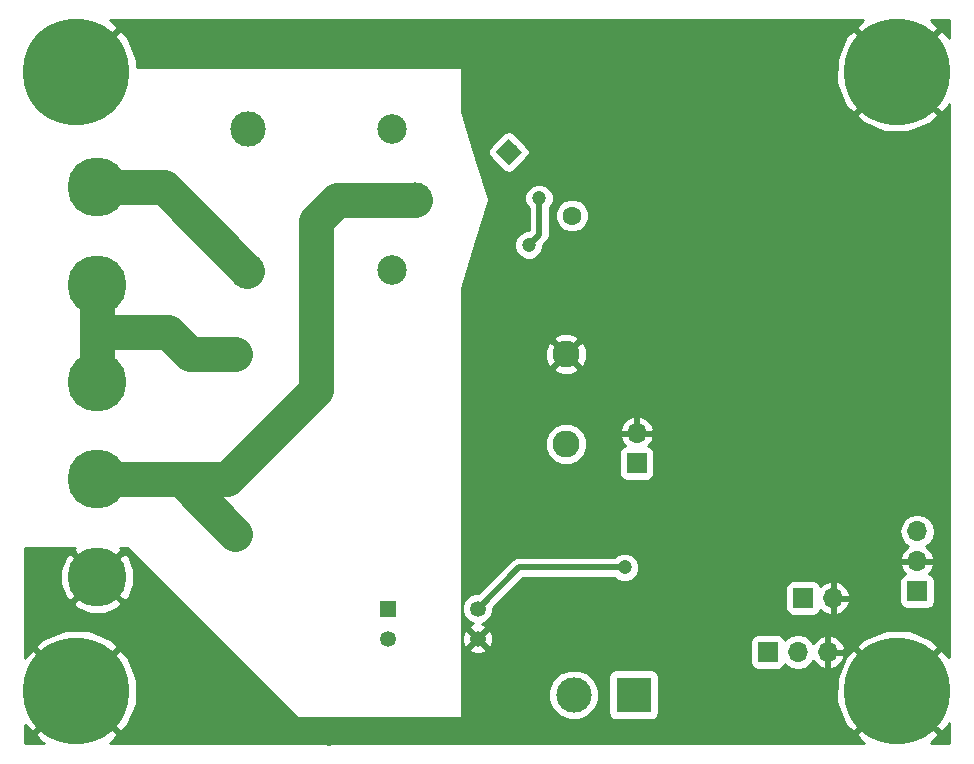
<source format=gbr>
G04 #@! TF.GenerationSoftware,KiCad,Pcbnew,no-vcs-found-c78a2ba~59~ubuntu16.10.1*
G04 #@! TF.CreationDate,2017-11-10T05:59:47+01:00*
G04 #@! TF.ProjectId,open_reflow,6F70656E5F7265666C6F772E6B696361,rev?*
G04 #@! TF.SameCoordinates,Original
G04 #@! TF.FileFunction,Copper,L2,Bot,Signal*
G04 #@! TF.FilePolarity,Positive*
%FSLAX46Y46*%
G04 Gerber Fmt 4.6, Leading zero omitted, Abs format (unit mm)*
G04 Created by KiCad (PCBNEW no-vcs-found-c78a2ba~59~ubuntu16.10.1) date Fri Nov 10 05:59:47 2017*
%MOMM*%
%LPD*%
G01*
G04 APERTURE LIST*
%ADD10C,2.290000*%
%ADD11C,5.000000*%
%ADD12C,1.600000*%
%ADD13C,0.100000*%
%ADD14C,3.000000*%
%ADD15R,3.000000X3.000000*%
%ADD16R,1.700000X1.700000*%
%ADD17O,1.700000X1.700000*%
%ADD18R,1.350000X1.350000*%
%ADD19C,1.350000*%
%ADD20C,2.500000*%
%ADD21C,9.000000*%
%ADD22C,1.200000*%
%ADD23C,0.500000*%
%ADD24C,3.000000*%
%ADD25C,0.254000*%
G04 APERTURE END LIST*
D10*
X192782500Y-51605500D03*
X192782500Y-44005500D03*
X164782500Y-59205500D03*
X164782500Y-44005500D03*
D11*
X153098500Y-62855000D03*
X153098500Y-54605000D03*
X153098500Y-29855000D03*
X153098500Y-46355000D03*
X153098500Y-38105000D03*
D12*
X193294000Y-32258000D03*
X187919988Y-26883988D03*
D13*
G36*
X186788617Y-26883988D02*
X187919988Y-25752617D01*
X189051359Y-26883988D01*
X187919988Y-28015359D01*
X186788617Y-26883988D01*
X186788617Y-26883988D01*
G37*
D14*
X193421000Y-72834500D03*
D15*
X198501000Y-72834500D03*
D16*
X198755000Y-53213000D03*
D17*
X198755000Y-50673000D03*
D16*
X209867500Y-69215000D03*
D17*
X212407500Y-69215000D03*
X214947500Y-69215000D03*
X222504000Y-58991500D03*
X222504000Y-61531500D03*
D16*
X222504000Y-64071500D03*
D17*
X215392000Y-64643000D03*
D16*
X212852000Y-64643000D03*
D18*
X177673000Y-65532000D03*
D19*
X177673000Y-68072000D03*
X185293000Y-65532000D03*
X185293000Y-68072000D03*
D14*
X180012000Y-30942000D03*
D20*
X178062000Y-36892000D03*
D14*
X165812000Y-36942000D03*
X165862000Y-24892000D03*
D20*
X178062000Y-24892000D03*
D21*
X220827600Y-20066000D03*
X220827600Y-72491600D03*
X151333200Y-72491600D03*
X151333200Y-20066000D03*
D22*
X158851600Y-69748400D03*
X165049200Y-72999600D03*
X172719998Y-76555600D03*
X207264000Y-46990000D03*
X205079600Y-46888400D03*
X223164400Y-30073600D03*
X213512400Y-27228800D03*
X187350400Y-17170400D03*
X176530000Y-17170400D03*
X187502800Y-75844400D03*
X200710800Y-17170400D03*
X200964800Y-24028400D03*
X201777600Y-66446400D03*
X201207964Y-34507692D03*
X203809600Y-35661600D03*
X200836252Y-28941752D03*
X207264000Y-59436000D03*
X208724500Y-55626000D03*
X205232000Y-53975000D03*
X215201500Y-34671000D03*
X189636400Y-34747200D03*
X190500000Y-30784800D03*
X197739000Y-62039500D03*
D23*
X159451599Y-70348399D02*
X158851600Y-69748400D01*
X162102800Y-72999600D02*
X159451599Y-70348399D01*
X165049200Y-72999600D02*
X162102800Y-72999600D01*
X173568526Y-76555600D02*
X172719998Y-76555600D01*
X186791600Y-76555600D02*
X173568526Y-76555600D01*
X187502800Y-75844400D02*
X186791600Y-76555600D01*
X213512400Y-27228800D02*
X216357200Y-30073600D01*
X216357200Y-30073600D02*
X223164400Y-30073600D01*
X200710800Y-17170400D02*
X187350400Y-17170400D01*
X200836252Y-28941752D02*
X200836252Y-24156948D01*
X200836252Y-24156948D02*
X200964800Y-24028400D01*
X190500000Y-30784800D02*
X190500000Y-33883600D01*
X190500000Y-33883600D02*
X189636400Y-34747200D01*
D24*
X171640500Y-32702500D02*
X173401000Y-30942000D01*
X173401000Y-30942000D02*
X180012000Y-30942000D01*
X171640500Y-47053500D02*
X171640500Y-32702500D01*
X164089000Y-54605000D02*
X171640500Y-47053500D01*
X160182000Y-54605000D02*
X164089000Y-54605000D01*
X164782500Y-59205500D02*
X160182000Y-54605000D01*
X160182000Y-54605000D02*
X153098500Y-54605000D01*
X165812000Y-36942000D02*
X158725000Y-29855000D01*
X158725000Y-29855000D02*
X153098500Y-29855000D01*
X153098500Y-38105000D02*
X153098500Y-42100500D01*
X153098500Y-42100500D02*
X153098500Y-46355000D01*
X160972500Y-44005500D02*
X159067500Y-42100500D01*
X159067500Y-42100500D02*
X153098500Y-42100500D01*
X164782500Y-44005500D02*
X160972500Y-44005500D01*
D23*
X197739000Y-62039500D02*
X188785500Y-62039500D01*
X188785500Y-62039500D02*
X185293000Y-65532000D01*
D25*
G36*
X217853842Y-15756908D02*
X217328650Y-16387445D01*
X220827600Y-19886395D01*
X224326550Y-16387445D01*
X223801358Y-15756908D01*
X223660338Y-15696000D01*
X225223000Y-15696000D01*
X225223000Y-17221411D01*
X225136692Y-17092242D01*
X224506155Y-16567050D01*
X221007205Y-20066000D01*
X224506155Y-23564950D01*
X225136692Y-23039758D01*
X225223000Y-22839930D01*
X225223000Y-69647011D01*
X225136692Y-69517842D01*
X224506155Y-68992650D01*
X221007205Y-72491600D01*
X224506155Y-75990550D01*
X225136692Y-75465358D01*
X225223000Y-75265530D01*
X225223000Y-76887000D01*
X223672189Y-76887000D01*
X223801358Y-76800692D01*
X224326550Y-76170155D01*
X220827600Y-72671205D01*
X217328650Y-76170155D01*
X217853842Y-76800692D01*
X218053670Y-76887000D01*
X154177789Y-76887000D01*
X154306958Y-76800692D01*
X154832150Y-76170155D01*
X151333200Y-72671205D01*
X147834250Y-76170155D01*
X148359442Y-76800692D01*
X148559270Y-76887000D01*
X146950500Y-76887000D01*
X146950500Y-75355196D01*
X147024108Y-75465358D01*
X147654645Y-75990550D01*
X151153595Y-72491600D01*
X151512805Y-72491600D01*
X155011755Y-75990550D01*
X155642292Y-75465358D01*
X156452290Y-73589977D01*
X156482953Y-71547377D01*
X155729613Y-69648527D01*
X155642292Y-69517842D01*
X155011755Y-68992650D01*
X151512805Y-72491600D01*
X151153595Y-72491600D01*
X147654645Y-68992650D01*
X147024108Y-69517842D01*
X146950500Y-69688266D01*
X146950500Y-68813045D01*
X147834250Y-68813045D01*
X151333200Y-72311995D01*
X154832150Y-68813045D01*
X154306958Y-68182508D01*
X152431577Y-67372510D01*
X150388977Y-67341847D01*
X148490127Y-68095187D01*
X148359442Y-68182508D01*
X147834250Y-68813045D01*
X146950500Y-68813045D01*
X146950500Y-65090880D01*
X151042225Y-65090880D01*
X151323921Y-65513564D01*
X152476392Y-65990294D01*
X153723572Y-65989705D01*
X154873079Y-65513564D01*
X155154775Y-65090880D01*
X153098500Y-63034605D01*
X151042225Y-65090880D01*
X146950500Y-65090880D01*
X146950500Y-62232892D01*
X149963206Y-62232892D01*
X149963795Y-63480072D01*
X150439936Y-64629579D01*
X150862620Y-64911275D01*
X152918895Y-62855000D01*
X153278105Y-62855000D01*
X155334380Y-64911275D01*
X155757064Y-64629579D01*
X156233794Y-63477108D01*
X156233205Y-62229928D01*
X155757064Y-61080421D01*
X155334380Y-60798725D01*
X153278105Y-62855000D01*
X152918895Y-62855000D01*
X150862620Y-60798725D01*
X150439936Y-61080421D01*
X149963206Y-62232892D01*
X146950500Y-62232892D01*
X146950500Y-60388500D01*
X151195921Y-60388500D01*
X151042225Y-60619120D01*
X153098500Y-62675395D01*
X155154775Y-60619120D01*
X155001079Y-60388500D01*
X155649394Y-60388500D01*
X170026697Y-74765803D01*
X170067899Y-74793333D01*
X170116500Y-74803000D01*
X183832500Y-74803000D01*
X183881101Y-74793333D01*
X183922303Y-74765803D01*
X183949833Y-74724601D01*
X183959500Y-74676000D01*
X183959500Y-73257315D01*
X191285630Y-73257315D01*
X191609980Y-74042300D01*
X192210041Y-74643409D01*
X192994459Y-74969128D01*
X193843815Y-74969870D01*
X194628800Y-74645520D01*
X195229909Y-74045459D01*
X195555628Y-73261041D01*
X195556370Y-72411685D01*
X195232020Y-71626700D01*
X194940330Y-71334500D01*
X196353560Y-71334500D01*
X196353560Y-74334500D01*
X196402843Y-74582265D01*
X196543191Y-74792309D01*
X196753235Y-74932657D01*
X197001000Y-74981940D01*
X200001000Y-74981940D01*
X200248765Y-74932657D01*
X200458809Y-74792309D01*
X200599157Y-74582265D01*
X200648440Y-74334500D01*
X200648440Y-73435823D01*
X215677847Y-73435823D01*
X216431187Y-75334673D01*
X216518508Y-75465358D01*
X217149045Y-75990550D01*
X220647995Y-72491600D01*
X217149045Y-68992650D01*
X216518508Y-69517842D01*
X215708510Y-71393223D01*
X215677847Y-73435823D01*
X200648440Y-73435823D01*
X200648440Y-71334500D01*
X200599157Y-71086735D01*
X200458809Y-70876691D01*
X200248765Y-70736343D01*
X200001000Y-70687060D01*
X197001000Y-70687060D01*
X196753235Y-70736343D01*
X196543191Y-70876691D01*
X196402843Y-71086735D01*
X196353560Y-71334500D01*
X194940330Y-71334500D01*
X194631959Y-71025591D01*
X193847541Y-70699872D01*
X192998185Y-70699130D01*
X192213200Y-71023480D01*
X191612091Y-71623541D01*
X191286372Y-72407959D01*
X191285630Y-73257315D01*
X183959500Y-73257315D01*
X183959500Y-68989147D01*
X184555458Y-68989147D01*
X184614219Y-69222328D01*
X185106100Y-69394522D01*
X185626434Y-69365375D01*
X185971781Y-69222328D01*
X186030542Y-68989147D01*
X185293000Y-68251605D01*
X184555458Y-68989147D01*
X183959500Y-68989147D01*
X183959500Y-67885100D01*
X183970478Y-67885100D01*
X183999625Y-68405434D01*
X184142672Y-68750781D01*
X184375853Y-68809542D01*
X185113395Y-68072000D01*
X185472605Y-68072000D01*
X186210147Y-68809542D01*
X186443328Y-68750781D01*
X186578379Y-68365000D01*
X208370060Y-68365000D01*
X208370060Y-70065000D01*
X208419343Y-70312765D01*
X208559691Y-70522809D01*
X208769735Y-70663157D01*
X209017500Y-70712440D01*
X210717500Y-70712440D01*
X210965265Y-70663157D01*
X211175309Y-70522809D01*
X211315657Y-70312765D01*
X211328097Y-70250223D01*
X211357446Y-70294147D01*
X211839215Y-70616054D01*
X212407500Y-70729093D01*
X212975785Y-70616054D01*
X213457554Y-70294147D01*
X213685202Y-69953447D01*
X213752317Y-70096358D01*
X214180576Y-70486645D01*
X214590610Y-70656476D01*
X214820500Y-70535155D01*
X214820500Y-69342000D01*
X215074500Y-69342000D01*
X215074500Y-70535155D01*
X215304390Y-70656476D01*
X215714424Y-70486645D01*
X216142683Y-70096358D01*
X216388986Y-69571892D01*
X216268319Y-69342000D01*
X215074500Y-69342000D01*
X214820500Y-69342000D01*
X214800500Y-69342000D01*
X214800500Y-69088000D01*
X214820500Y-69088000D01*
X214820500Y-67894845D01*
X215074500Y-67894845D01*
X215074500Y-69088000D01*
X216268319Y-69088000D01*
X216388986Y-68858108D01*
X216367824Y-68813045D01*
X217328650Y-68813045D01*
X220827600Y-72311995D01*
X224326550Y-68813045D01*
X223801358Y-68182508D01*
X221925977Y-67372510D01*
X219883377Y-67341847D01*
X217984527Y-68095187D01*
X217853842Y-68182508D01*
X217328650Y-68813045D01*
X216367824Y-68813045D01*
X216142683Y-68333642D01*
X215714424Y-67943355D01*
X215304390Y-67773524D01*
X215074500Y-67894845D01*
X214820500Y-67894845D01*
X214590610Y-67773524D01*
X214180576Y-67943355D01*
X213752317Y-68333642D01*
X213685202Y-68476553D01*
X213457554Y-68135853D01*
X212975785Y-67813946D01*
X212407500Y-67700907D01*
X211839215Y-67813946D01*
X211357446Y-68135853D01*
X211328097Y-68179777D01*
X211315657Y-68117235D01*
X211175309Y-67907191D01*
X210965265Y-67766843D01*
X210717500Y-67717560D01*
X209017500Y-67717560D01*
X208769735Y-67766843D01*
X208559691Y-67907191D01*
X208419343Y-68117235D01*
X208370060Y-68365000D01*
X186578379Y-68365000D01*
X186615522Y-68258900D01*
X186586375Y-67738566D01*
X186443328Y-67393219D01*
X186210147Y-67334458D01*
X185472605Y-68072000D01*
X185113395Y-68072000D01*
X184375853Y-67334458D01*
X184142672Y-67393219D01*
X183970478Y-67885100D01*
X183959500Y-67885100D01*
X183959500Y-65791432D01*
X183982774Y-65791432D01*
X184181789Y-66273086D01*
X184549976Y-66641916D01*
X184919337Y-66795288D01*
X184614219Y-66921672D01*
X184555458Y-67154853D01*
X185293000Y-67892395D01*
X186030542Y-67154853D01*
X185971781Y-66921672D01*
X185640680Y-66805763D01*
X186034086Y-66643211D01*
X186402916Y-66275024D01*
X186602772Y-65793718D01*
X186603051Y-65473529D01*
X188283579Y-63793000D01*
X211354560Y-63793000D01*
X211354560Y-65493000D01*
X211403843Y-65740765D01*
X211544191Y-65950809D01*
X211754235Y-66091157D01*
X212002000Y-66140440D01*
X213702000Y-66140440D01*
X213949765Y-66091157D01*
X214159809Y-65950809D01*
X214300157Y-65740765D01*
X214320739Y-65637292D01*
X214625076Y-65914645D01*
X215035110Y-66084476D01*
X215265000Y-65963155D01*
X215265000Y-64770000D01*
X215519000Y-64770000D01*
X215519000Y-65963155D01*
X215748890Y-66084476D01*
X216158924Y-65914645D01*
X216587183Y-65524358D01*
X216833486Y-64999892D01*
X216712819Y-64770000D01*
X215519000Y-64770000D01*
X215265000Y-64770000D01*
X215245000Y-64770000D01*
X215245000Y-64516000D01*
X215265000Y-64516000D01*
X215265000Y-63322845D01*
X215519000Y-63322845D01*
X215519000Y-64516000D01*
X216712819Y-64516000D01*
X216833486Y-64286108D01*
X216587183Y-63761642D01*
X216158924Y-63371355D01*
X215797120Y-63221500D01*
X221006560Y-63221500D01*
X221006560Y-64921500D01*
X221055843Y-65169265D01*
X221196191Y-65379309D01*
X221406235Y-65519657D01*
X221654000Y-65568940D01*
X223354000Y-65568940D01*
X223601765Y-65519657D01*
X223811809Y-65379309D01*
X223952157Y-65169265D01*
X224001440Y-64921500D01*
X224001440Y-63221500D01*
X223952157Y-62973735D01*
X223811809Y-62763691D01*
X223601765Y-62623343D01*
X223498292Y-62602761D01*
X223775645Y-62298424D01*
X223945476Y-61888390D01*
X223824155Y-61658500D01*
X222631000Y-61658500D01*
X222631000Y-61678500D01*
X222377000Y-61678500D01*
X222377000Y-61658500D01*
X221183845Y-61658500D01*
X221062524Y-61888390D01*
X221232355Y-62298424D01*
X221509708Y-62602761D01*
X221406235Y-62623343D01*
X221196191Y-62763691D01*
X221055843Y-62973735D01*
X221006560Y-63221500D01*
X215797120Y-63221500D01*
X215748890Y-63201524D01*
X215519000Y-63322845D01*
X215265000Y-63322845D01*
X215035110Y-63201524D01*
X214625076Y-63371355D01*
X214320739Y-63648708D01*
X214300157Y-63545235D01*
X214159809Y-63335191D01*
X213949765Y-63194843D01*
X213702000Y-63145560D01*
X212002000Y-63145560D01*
X211754235Y-63194843D01*
X211544191Y-63335191D01*
X211403843Y-63545235D01*
X211354560Y-63793000D01*
X188283579Y-63793000D01*
X189152079Y-62924500D01*
X196877426Y-62924500D01*
X197038515Y-63085871D01*
X197492266Y-63274285D01*
X197983579Y-63274714D01*
X198437657Y-63087092D01*
X198785371Y-62739985D01*
X198973785Y-62286234D01*
X198974214Y-61794921D01*
X198786592Y-61340843D01*
X198439485Y-60993129D01*
X197985734Y-60804715D01*
X197494421Y-60804286D01*
X197040343Y-60991908D01*
X196877467Y-61154500D01*
X188785505Y-61154500D01*
X188785500Y-61154499D01*
X188503016Y-61210690D01*
X188446825Y-61221867D01*
X188159710Y-61413710D01*
X188159708Y-61413713D01*
X185351369Y-64222051D01*
X185033568Y-64221774D01*
X184551914Y-64420789D01*
X184183084Y-64788976D01*
X183983228Y-65270282D01*
X183982774Y-65791432D01*
X183959500Y-65791432D01*
X183959500Y-58991500D01*
X220989907Y-58991500D01*
X221102946Y-59559785D01*
X221424853Y-60041554D01*
X221765553Y-60269202D01*
X221622642Y-60336317D01*
X221232355Y-60764576D01*
X221062524Y-61174610D01*
X221183845Y-61404500D01*
X222377000Y-61404500D01*
X222377000Y-61384500D01*
X222631000Y-61384500D01*
X222631000Y-61404500D01*
X223824155Y-61404500D01*
X223945476Y-61174610D01*
X223775645Y-60764576D01*
X223385358Y-60336317D01*
X223242447Y-60269202D01*
X223583147Y-60041554D01*
X223905054Y-59559785D01*
X224018093Y-58991500D01*
X223905054Y-58423215D01*
X223583147Y-57941446D01*
X223101378Y-57619539D01*
X222533093Y-57506500D01*
X222474907Y-57506500D01*
X221906622Y-57619539D01*
X221424853Y-57941446D01*
X221102946Y-58423215D01*
X220989907Y-58991500D01*
X183959500Y-58991500D01*
X183959500Y-51958010D01*
X191002192Y-51958010D01*
X191272610Y-52612472D01*
X191772895Y-53113630D01*
X192426883Y-53385190D01*
X193135010Y-53385808D01*
X193789472Y-53115390D01*
X194290630Y-52615105D01*
X194395313Y-52363000D01*
X197257560Y-52363000D01*
X197257560Y-54063000D01*
X197306843Y-54310765D01*
X197447191Y-54520809D01*
X197657235Y-54661157D01*
X197905000Y-54710440D01*
X199605000Y-54710440D01*
X199852765Y-54661157D01*
X200062809Y-54520809D01*
X200203157Y-54310765D01*
X200252440Y-54063000D01*
X200252440Y-52363000D01*
X200203157Y-52115235D01*
X200062809Y-51905191D01*
X199852765Y-51764843D01*
X199749292Y-51744261D01*
X200026645Y-51439924D01*
X200196476Y-51029890D01*
X200075155Y-50800000D01*
X198882000Y-50800000D01*
X198882000Y-50820000D01*
X198628000Y-50820000D01*
X198628000Y-50800000D01*
X197434845Y-50800000D01*
X197313524Y-51029890D01*
X197483355Y-51439924D01*
X197760708Y-51744261D01*
X197657235Y-51764843D01*
X197447191Y-51905191D01*
X197306843Y-52115235D01*
X197257560Y-52363000D01*
X194395313Y-52363000D01*
X194562190Y-51961117D01*
X194562808Y-51252990D01*
X194292390Y-50598528D01*
X194010464Y-50316110D01*
X197313524Y-50316110D01*
X197434845Y-50546000D01*
X198628000Y-50546000D01*
X198628000Y-49352181D01*
X198882000Y-49352181D01*
X198882000Y-50546000D01*
X200075155Y-50546000D01*
X200196476Y-50316110D01*
X200026645Y-49906076D01*
X199636358Y-49477817D01*
X199111892Y-49231514D01*
X198882000Y-49352181D01*
X198628000Y-49352181D01*
X198398108Y-49231514D01*
X197873642Y-49477817D01*
X197483355Y-49906076D01*
X197313524Y-50316110D01*
X194010464Y-50316110D01*
X193792105Y-50097370D01*
X193138117Y-49825810D01*
X192429990Y-49825192D01*
X191775528Y-50095610D01*
X191274370Y-50595895D01*
X191002810Y-51249883D01*
X191002192Y-51958010D01*
X183959500Y-51958010D01*
X183959500Y-45262909D01*
X191704696Y-45262909D01*
X191821105Y-45544812D01*
X192483356Y-45795549D01*
X193191149Y-45773767D01*
X193743895Y-45544812D01*
X193860304Y-45262909D01*
X192782500Y-44185105D01*
X191704696Y-45262909D01*
X183959500Y-45262909D01*
X183959500Y-43706356D01*
X190992451Y-43706356D01*
X191014233Y-44414149D01*
X191243188Y-44966895D01*
X191525091Y-45083304D01*
X192602895Y-44005500D01*
X192962105Y-44005500D01*
X194039909Y-45083304D01*
X194321812Y-44966895D01*
X194572549Y-44304644D01*
X194550767Y-43596851D01*
X194321812Y-43044105D01*
X194039909Y-42927696D01*
X192962105Y-44005500D01*
X192602895Y-44005500D01*
X191525091Y-42927696D01*
X191243188Y-43044105D01*
X190992451Y-43706356D01*
X183959500Y-43706356D01*
X183959500Y-42748091D01*
X191704696Y-42748091D01*
X192782500Y-43825895D01*
X193860304Y-42748091D01*
X193743895Y-42466188D01*
X193081644Y-42215451D01*
X192373851Y-42237233D01*
X191821105Y-42466188D01*
X191704696Y-42748091D01*
X183959500Y-42748091D01*
X183959500Y-38369316D01*
X185006859Y-34991779D01*
X188401186Y-34991779D01*
X188588808Y-35445857D01*
X188935915Y-35793571D01*
X189389666Y-35981985D01*
X189880979Y-35982414D01*
X190335057Y-35794792D01*
X190682771Y-35447685D01*
X190871185Y-34993934D01*
X190871386Y-34763793D01*
X191125787Y-34509392D01*
X191125790Y-34509390D01*
X191317633Y-34222275D01*
X191328810Y-34166084D01*
X191385001Y-33883600D01*
X191385000Y-33883595D01*
X191385000Y-32542187D01*
X191858752Y-32542187D01*
X192076757Y-33069800D01*
X192480077Y-33473824D01*
X193007309Y-33692750D01*
X193578187Y-33693248D01*
X194105800Y-33475243D01*
X194509824Y-33071923D01*
X194728750Y-32544691D01*
X194729248Y-31973813D01*
X194511243Y-31446200D01*
X194107923Y-31042176D01*
X193580691Y-30823250D01*
X193009813Y-30822752D01*
X192482200Y-31040757D01*
X192078176Y-31444077D01*
X191859250Y-31971309D01*
X191858752Y-32542187D01*
X191385000Y-32542187D01*
X191385000Y-31646374D01*
X191546371Y-31485285D01*
X191734785Y-31031534D01*
X191735214Y-30540221D01*
X191547592Y-30086143D01*
X191200485Y-29738429D01*
X190746734Y-29550015D01*
X190255421Y-29549586D01*
X189801343Y-29737208D01*
X189453629Y-30084315D01*
X189265215Y-30538066D01*
X189264786Y-31029379D01*
X189452408Y-31483457D01*
X189615000Y-31646333D01*
X189615000Y-33512181D01*
X189391821Y-33511986D01*
X188937743Y-33699608D01*
X188590029Y-34046715D01*
X188401615Y-34500466D01*
X188401186Y-34991779D01*
X185006859Y-34991779D01*
X186252502Y-30974815D01*
X186257607Y-30949460D01*
X186252676Y-30900152D01*
X185027837Y-26883988D01*
X186141177Y-26883988D01*
X186190460Y-27131753D01*
X186330808Y-27341797D01*
X187462179Y-28473168D01*
X187672223Y-28613516D01*
X187919988Y-28662799D01*
X188167753Y-28613516D01*
X188377797Y-28473168D01*
X189509168Y-27341797D01*
X189649516Y-27131753D01*
X189698799Y-26883988D01*
X189649516Y-26636223D01*
X189509168Y-26426179D01*
X188377797Y-25294808D01*
X188167753Y-25154460D01*
X187919988Y-25105177D01*
X187672223Y-25154460D01*
X187462179Y-25294808D01*
X186330808Y-26426179D01*
X186190460Y-26636223D01*
X186141177Y-26883988D01*
X185027837Y-26883988D01*
X184070381Y-23744555D01*
X217328650Y-23744555D01*
X217853842Y-24375092D01*
X219729223Y-25185090D01*
X221771823Y-25215753D01*
X223670673Y-24462413D01*
X223801358Y-24375092D01*
X224326550Y-23744555D01*
X220827600Y-20245605D01*
X217328650Y-23744555D01*
X184070381Y-23744555D01*
X183959500Y-23380985D01*
X183959500Y-21010223D01*
X215677847Y-21010223D01*
X216431187Y-22909073D01*
X216518508Y-23039758D01*
X217149045Y-23564950D01*
X220647995Y-20066000D01*
X217149045Y-16567050D01*
X216518508Y-17092242D01*
X215708510Y-18967623D01*
X215677847Y-21010223D01*
X183959500Y-21010223D01*
X183959500Y-19812000D01*
X183949833Y-19763399D01*
X183922303Y-19722197D01*
X183881101Y-19694667D01*
X183832500Y-19685000D01*
X156474498Y-19685000D01*
X156482953Y-19121777D01*
X155729613Y-17222927D01*
X155642292Y-17092242D01*
X155011755Y-16567050D01*
X151893805Y-19685000D01*
X151534595Y-19685000D01*
X154832150Y-16387445D01*
X154306958Y-15756908D01*
X154165938Y-15696000D01*
X217944997Y-15696000D01*
X217853842Y-15756908D01*
X217853842Y-15756908D01*
G37*
X217853842Y-15756908D02*
X217328650Y-16387445D01*
X220827600Y-19886395D01*
X224326550Y-16387445D01*
X223801358Y-15756908D01*
X223660338Y-15696000D01*
X225223000Y-15696000D01*
X225223000Y-17221411D01*
X225136692Y-17092242D01*
X224506155Y-16567050D01*
X221007205Y-20066000D01*
X224506155Y-23564950D01*
X225136692Y-23039758D01*
X225223000Y-22839930D01*
X225223000Y-69647011D01*
X225136692Y-69517842D01*
X224506155Y-68992650D01*
X221007205Y-72491600D01*
X224506155Y-75990550D01*
X225136692Y-75465358D01*
X225223000Y-75265530D01*
X225223000Y-76887000D01*
X223672189Y-76887000D01*
X223801358Y-76800692D01*
X224326550Y-76170155D01*
X220827600Y-72671205D01*
X217328650Y-76170155D01*
X217853842Y-76800692D01*
X218053670Y-76887000D01*
X154177789Y-76887000D01*
X154306958Y-76800692D01*
X154832150Y-76170155D01*
X151333200Y-72671205D01*
X147834250Y-76170155D01*
X148359442Y-76800692D01*
X148559270Y-76887000D01*
X146950500Y-76887000D01*
X146950500Y-75355196D01*
X147024108Y-75465358D01*
X147654645Y-75990550D01*
X151153595Y-72491600D01*
X151512805Y-72491600D01*
X155011755Y-75990550D01*
X155642292Y-75465358D01*
X156452290Y-73589977D01*
X156482953Y-71547377D01*
X155729613Y-69648527D01*
X155642292Y-69517842D01*
X155011755Y-68992650D01*
X151512805Y-72491600D01*
X151153595Y-72491600D01*
X147654645Y-68992650D01*
X147024108Y-69517842D01*
X146950500Y-69688266D01*
X146950500Y-68813045D01*
X147834250Y-68813045D01*
X151333200Y-72311995D01*
X154832150Y-68813045D01*
X154306958Y-68182508D01*
X152431577Y-67372510D01*
X150388977Y-67341847D01*
X148490127Y-68095187D01*
X148359442Y-68182508D01*
X147834250Y-68813045D01*
X146950500Y-68813045D01*
X146950500Y-65090880D01*
X151042225Y-65090880D01*
X151323921Y-65513564D01*
X152476392Y-65990294D01*
X153723572Y-65989705D01*
X154873079Y-65513564D01*
X155154775Y-65090880D01*
X153098500Y-63034605D01*
X151042225Y-65090880D01*
X146950500Y-65090880D01*
X146950500Y-62232892D01*
X149963206Y-62232892D01*
X149963795Y-63480072D01*
X150439936Y-64629579D01*
X150862620Y-64911275D01*
X152918895Y-62855000D01*
X153278105Y-62855000D01*
X155334380Y-64911275D01*
X155757064Y-64629579D01*
X156233794Y-63477108D01*
X156233205Y-62229928D01*
X155757064Y-61080421D01*
X155334380Y-60798725D01*
X153278105Y-62855000D01*
X152918895Y-62855000D01*
X150862620Y-60798725D01*
X150439936Y-61080421D01*
X149963206Y-62232892D01*
X146950500Y-62232892D01*
X146950500Y-60388500D01*
X151195921Y-60388500D01*
X151042225Y-60619120D01*
X153098500Y-62675395D01*
X155154775Y-60619120D01*
X155001079Y-60388500D01*
X155649394Y-60388500D01*
X170026697Y-74765803D01*
X170067899Y-74793333D01*
X170116500Y-74803000D01*
X183832500Y-74803000D01*
X183881101Y-74793333D01*
X183922303Y-74765803D01*
X183949833Y-74724601D01*
X183959500Y-74676000D01*
X183959500Y-73257315D01*
X191285630Y-73257315D01*
X191609980Y-74042300D01*
X192210041Y-74643409D01*
X192994459Y-74969128D01*
X193843815Y-74969870D01*
X194628800Y-74645520D01*
X195229909Y-74045459D01*
X195555628Y-73261041D01*
X195556370Y-72411685D01*
X195232020Y-71626700D01*
X194940330Y-71334500D01*
X196353560Y-71334500D01*
X196353560Y-74334500D01*
X196402843Y-74582265D01*
X196543191Y-74792309D01*
X196753235Y-74932657D01*
X197001000Y-74981940D01*
X200001000Y-74981940D01*
X200248765Y-74932657D01*
X200458809Y-74792309D01*
X200599157Y-74582265D01*
X200648440Y-74334500D01*
X200648440Y-73435823D01*
X215677847Y-73435823D01*
X216431187Y-75334673D01*
X216518508Y-75465358D01*
X217149045Y-75990550D01*
X220647995Y-72491600D01*
X217149045Y-68992650D01*
X216518508Y-69517842D01*
X215708510Y-71393223D01*
X215677847Y-73435823D01*
X200648440Y-73435823D01*
X200648440Y-71334500D01*
X200599157Y-71086735D01*
X200458809Y-70876691D01*
X200248765Y-70736343D01*
X200001000Y-70687060D01*
X197001000Y-70687060D01*
X196753235Y-70736343D01*
X196543191Y-70876691D01*
X196402843Y-71086735D01*
X196353560Y-71334500D01*
X194940330Y-71334500D01*
X194631959Y-71025591D01*
X193847541Y-70699872D01*
X192998185Y-70699130D01*
X192213200Y-71023480D01*
X191612091Y-71623541D01*
X191286372Y-72407959D01*
X191285630Y-73257315D01*
X183959500Y-73257315D01*
X183959500Y-68989147D01*
X184555458Y-68989147D01*
X184614219Y-69222328D01*
X185106100Y-69394522D01*
X185626434Y-69365375D01*
X185971781Y-69222328D01*
X186030542Y-68989147D01*
X185293000Y-68251605D01*
X184555458Y-68989147D01*
X183959500Y-68989147D01*
X183959500Y-67885100D01*
X183970478Y-67885100D01*
X183999625Y-68405434D01*
X184142672Y-68750781D01*
X184375853Y-68809542D01*
X185113395Y-68072000D01*
X185472605Y-68072000D01*
X186210147Y-68809542D01*
X186443328Y-68750781D01*
X186578379Y-68365000D01*
X208370060Y-68365000D01*
X208370060Y-70065000D01*
X208419343Y-70312765D01*
X208559691Y-70522809D01*
X208769735Y-70663157D01*
X209017500Y-70712440D01*
X210717500Y-70712440D01*
X210965265Y-70663157D01*
X211175309Y-70522809D01*
X211315657Y-70312765D01*
X211328097Y-70250223D01*
X211357446Y-70294147D01*
X211839215Y-70616054D01*
X212407500Y-70729093D01*
X212975785Y-70616054D01*
X213457554Y-70294147D01*
X213685202Y-69953447D01*
X213752317Y-70096358D01*
X214180576Y-70486645D01*
X214590610Y-70656476D01*
X214820500Y-70535155D01*
X214820500Y-69342000D01*
X215074500Y-69342000D01*
X215074500Y-70535155D01*
X215304390Y-70656476D01*
X215714424Y-70486645D01*
X216142683Y-70096358D01*
X216388986Y-69571892D01*
X216268319Y-69342000D01*
X215074500Y-69342000D01*
X214820500Y-69342000D01*
X214800500Y-69342000D01*
X214800500Y-69088000D01*
X214820500Y-69088000D01*
X214820500Y-67894845D01*
X215074500Y-67894845D01*
X215074500Y-69088000D01*
X216268319Y-69088000D01*
X216388986Y-68858108D01*
X216367824Y-68813045D01*
X217328650Y-68813045D01*
X220827600Y-72311995D01*
X224326550Y-68813045D01*
X223801358Y-68182508D01*
X221925977Y-67372510D01*
X219883377Y-67341847D01*
X217984527Y-68095187D01*
X217853842Y-68182508D01*
X217328650Y-68813045D01*
X216367824Y-68813045D01*
X216142683Y-68333642D01*
X215714424Y-67943355D01*
X215304390Y-67773524D01*
X215074500Y-67894845D01*
X214820500Y-67894845D01*
X214590610Y-67773524D01*
X214180576Y-67943355D01*
X213752317Y-68333642D01*
X213685202Y-68476553D01*
X213457554Y-68135853D01*
X212975785Y-67813946D01*
X212407500Y-67700907D01*
X211839215Y-67813946D01*
X211357446Y-68135853D01*
X211328097Y-68179777D01*
X211315657Y-68117235D01*
X211175309Y-67907191D01*
X210965265Y-67766843D01*
X210717500Y-67717560D01*
X209017500Y-67717560D01*
X208769735Y-67766843D01*
X208559691Y-67907191D01*
X208419343Y-68117235D01*
X208370060Y-68365000D01*
X186578379Y-68365000D01*
X186615522Y-68258900D01*
X186586375Y-67738566D01*
X186443328Y-67393219D01*
X186210147Y-67334458D01*
X185472605Y-68072000D01*
X185113395Y-68072000D01*
X184375853Y-67334458D01*
X184142672Y-67393219D01*
X183970478Y-67885100D01*
X183959500Y-67885100D01*
X183959500Y-65791432D01*
X183982774Y-65791432D01*
X184181789Y-66273086D01*
X184549976Y-66641916D01*
X184919337Y-66795288D01*
X184614219Y-66921672D01*
X184555458Y-67154853D01*
X185293000Y-67892395D01*
X186030542Y-67154853D01*
X185971781Y-66921672D01*
X185640680Y-66805763D01*
X186034086Y-66643211D01*
X186402916Y-66275024D01*
X186602772Y-65793718D01*
X186603051Y-65473529D01*
X188283579Y-63793000D01*
X211354560Y-63793000D01*
X211354560Y-65493000D01*
X211403843Y-65740765D01*
X211544191Y-65950809D01*
X211754235Y-66091157D01*
X212002000Y-66140440D01*
X213702000Y-66140440D01*
X213949765Y-66091157D01*
X214159809Y-65950809D01*
X214300157Y-65740765D01*
X214320739Y-65637292D01*
X214625076Y-65914645D01*
X215035110Y-66084476D01*
X215265000Y-65963155D01*
X215265000Y-64770000D01*
X215519000Y-64770000D01*
X215519000Y-65963155D01*
X215748890Y-66084476D01*
X216158924Y-65914645D01*
X216587183Y-65524358D01*
X216833486Y-64999892D01*
X216712819Y-64770000D01*
X215519000Y-64770000D01*
X215265000Y-64770000D01*
X215245000Y-64770000D01*
X215245000Y-64516000D01*
X215265000Y-64516000D01*
X215265000Y-63322845D01*
X215519000Y-63322845D01*
X215519000Y-64516000D01*
X216712819Y-64516000D01*
X216833486Y-64286108D01*
X216587183Y-63761642D01*
X216158924Y-63371355D01*
X215797120Y-63221500D01*
X221006560Y-63221500D01*
X221006560Y-64921500D01*
X221055843Y-65169265D01*
X221196191Y-65379309D01*
X221406235Y-65519657D01*
X221654000Y-65568940D01*
X223354000Y-65568940D01*
X223601765Y-65519657D01*
X223811809Y-65379309D01*
X223952157Y-65169265D01*
X224001440Y-64921500D01*
X224001440Y-63221500D01*
X223952157Y-62973735D01*
X223811809Y-62763691D01*
X223601765Y-62623343D01*
X223498292Y-62602761D01*
X223775645Y-62298424D01*
X223945476Y-61888390D01*
X223824155Y-61658500D01*
X222631000Y-61658500D01*
X222631000Y-61678500D01*
X222377000Y-61678500D01*
X222377000Y-61658500D01*
X221183845Y-61658500D01*
X221062524Y-61888390D01*
X221232355Y-62298424D01*
X221509708Y-62602761D01*
X221406235Y-62623343D01*
X221196191Y-62763691D01*
X221055843Y-62973735D01*
X221006560Y-63221500D01*
X215797120Y-63221500D01*
X215748890Y-63201524D01*
X215519000Y-63322845D01*
X215265000Y-63322845D01*
X215035110Y-63201524D01*
X214625076Y-63371355D01*
X214320739Y-63648708D01*
X214300157Y-63545235D01*
X214159809Y-63335191D01*
X213949765Y-63194843D01*
X213702000Y-63145560D01*
X212002000Y-63145560D01*
X211754235Y-63194843D01*
X211544191Y-63335191D01*
X211403843Y-63545235D01*
X211354560Y-63793000D01*
X188283579Y-63793000D01*
X189152079Y-62924500D01*
X196877426Y-62924500D01*
X197038515Y-63085871D01*
X197492266Y-63274285D01*
X197983579Y-63274714D01*
X198437657Y-63087092D01*
X198785371Y-62739985D01*
X198973785Y-62286234D01*
X198974214Y-61794921D01*
X198786592Y-61340843D01*
X198439485Y-60993129D01*
X197985734Y-60804715D01*
X197494421Y-60804286D01*
X197040343Y-60991908D01*
X196877467Y-61154500D01*
X188785505Y-61154500D01*
X188785500Y-61154499D01*
X188503016Y-61210690D01*
X188446825Y-61221867D01*
X188159710Y-61413710D01*
X188159708Y-61413713D01*
X185351369Y-64222051D01*
X185033568Y-64221774D01*
X184551914Y-64420789D01*
X184183084Y-64788976D01*
X183983228Y-65270282D01*
X183982774Y-65791432D01*
X183959500Y-65791432D01*
X183959500Y-58991500D01*
X220989907Y-58991500D01*
X221102946Y-59559785D01*
X221424853Y-60041554D01*
X221765553Y-60269202D01*
X221622642Y-60336317D01*
X221232355Y-60764576D01*
X221062524Y-61174610D01*
X221183845Y-61404500D01*
X222377000Y-61404500D01*
X222377000Y-61384500D01*
X222631000Y-61384500D01*
X222631000Y-61404500D01*
X223824155Y-61404500D01*
X223945476Y-61174610D01*
X223775645Y-60764576D01*
X223385358Y-60336317D01*
X223242447Y-60269202D01*
X223583147Y-60041554D01*
X223905054Y-59559785D01*
X224018093Y-58991500D01*
X223905054Y-58423215D01*
X223583147Y-57941446D01*
X223101378Y-57619539D01*
X222533093Y-57506500D01*
X222474907Y-57506500D01*
X221906622Y-57619539D01*
X221424853Y-57941446D01*
X221102946Y-58423215D01*
X220989907Y-58991500D01*
X183959500Y-58991500D01*
X183959500Y-51958010D01*
X191002192Y-51958010D01*
X191272610Y-52612472D01*
X191772895Y-53113630D01*
X192426883Y-53385190D01*
X193135010Y-53385808D01*
X193789472Y-53115390D01*
X194290630Y-52615105D01*
X194395313Y-52363000D01*
X197257560Y-52363000D01*
X197257560Y-54063000D01*
X197306843Y-54310765D01*
X197447191Y-54520809D01*
X197657235Y-54661157D01*
X197905000Y-54710440D01*
X199605000Y-54710440D01*
X199852765Y-54661157D01*
X200062809Y-54520809D01*
X200203157Y-54310765D01*
X200252440Y-54063000D01*
X200252440Y-52363000D01*
X200203157Y-52115235D01*
X200062809Y-51905191D01*
X199852765Y-51764843D01*
X199749292Y-51744261D01*
X200026645Y-51439924D01*
X200196476Y-51029890D01*
X200075155Y-50800000D01*
X198882000Y-50800000D01*
X198882000Y-50820000D01*
X198628000Y-50820000D01*
X198628000Y-50800000D01*
X197434845Y-50800000D01*
X197313524Y-51029890D01*
X197483355Y-51439924D01*
X197760708Y-51744261D01*
X197657235Y-51764843D01*
X197447191Y-51905191D01*
X197306843Y-52115235D01*
X197257560Y-52363000D01*
X194395313Y-52363000D01*
X194562190Y-51961117D01*
X194562808Y-51252990D01*
X194292390Y-50598528D01*
X194010464Y-50316110D01*
X197313524Y-50316110D01*
X197434845Y-50546000D01*
X198628000Y-50546000D01*
X198628000Y-49352181D01*
X198882000Y-49352181D01*
X198882000Y-50546000D01*
X200075155Y-50546000D01*
X200196476Y-50316110D01*
X200026645Y-49906076D01*
X199636358Y-49477817D01*
X199111892Y-49231514D01*
X198882000Y-49352181D01*
X198628000Y-49352181D01*
X198398108Y-49231514D01*
X197873642Y-49477817D01*
X197483355Y-49906076D01*
X197313524Y-50316110D01*
X194010464Y-50316110D01*
X193792105Y-50097370D01*
X193138117Y-49825810D01*
X192429990Y-49825192D01*
X191775528Y-50095610D01*
X191274370Y-50595895D01*
X191002810Y-51249883D01*
X191002192Y-51958010D01*
X183959500Y-51958010D01*
X183959500Y-45262909D01*
X191704696Y-45262909D01*
X191821105Y-45544812D01*
X192483356Y-45795549D01*
X193191149Y-45773767D01*
X193743895Y-45544812D01*
X193860304Y-45262909D01*
X192782500Y-44185105D01*
X191704696Y-45262909D01*
X183959500Y-45262909D01*
X183959500Y-43706356D01*
X190992451Y-43706356D01*
X191014233Y-44414149D01*
X191243188Y-44966895D01*
X191525091Y-45083304D01*
X192602895Y-44005500D01*
X192962105Y-44005500D01*
X194039909Y-45083304D01*
X194321812Y-44966895D01*
X194572549Y-44304644D01*
X194550767Y-43596851D01*
X194321812Y-43044105D01*
X194039909Y-42927696D01*
X192962105Y-44005500D01*
X192602895Y-44005500D01*
X191525091Y-42927696D01*
X191243188Y-43044105D01*
X190992451Y-43706356D01*
X183959500Y-43706356D01*
X183959500Y-42748091D01*
X191704696Y-42748091D01*
X192782500Y-43825895D01*
X193860304Y-42748091D01*
X193743895Y-42466188D01*
X193081644Y-42215451D01*
X192373851Y-42237233D01*
X191821105Y-42466188D01*
X191704696Y-42748091D01*
X183959500Y-42748091D01*
X183959500Y-38369316D01*
X185006859Y-34991779D01*
X188401186Y-34991779D01*
X188588808Y-35445857D01*
X188935915Y-35793571D01*
X189389666Y-35981985D01*
X189880979Y-35982414D01*
X190335057Y-35794792D01*
X190682771Y-35447685D01*
X190871185Y-34993934D01*
X190871386Y-34763793D01*
X191125787Y-34509392D01*
X191125790Y-34509390D01*
X191317633Y-34222275D01*
X191328810Y-34166084D01*
X191385001Y-33883600D01*
X191385000Y-33883595D01*
X191385000Y-32542187D01*
X191858752Y-32542187D01*
X192076757Y-33069800D01*
X192480077Y-33473824D01*
X193007309Y-33692750D01*
X193578187Y-33693248D01*
X194105800Y-33475243D01*
X194509824Y-33071923D01*
X194728750Y-32544691D01*
X194729248Y-31973813D01*
X194511243Y-31446200D01*
X194107923Y-31042176D01*
X193580691Y-30823250D01*
X193009813Y-30822752D01*
X192482200Y-31040757D01*
X192078176Y-31444077D01*
X191859250Y-31971309D01*
X191858752Y-32542187D01*
X191385000Y-32542187D01*
X191385000Y-31646374D01*
X191546371Y-31485285D01*
X191734785Y-31031534D01*
X191735214Y-30540221D01*
X191547592Y-30086143D01*
X191200485Y-29738429D01*
X190746734Y-29550015D01*
X190255421Y-29549586D01*
X189801343Y-29737208D01*
X189453629Y-30084315D01*
X189265215Y-30538066D01*
X189264786Y-31029379D01*
X189452408Y-31483457D01*
X189615000Y-31646333D01*
X189615000Y-33512181D01*
X189391821Y-33511986D01*
X188937743Y-33699608D01*
X188590029Y-34046715D01*
X188401615Y-34500466D01*
X188401186Y-34991779D01*
X185006859Y-34991779D01*
X186252502Y-30974815D01*
X186257607Y-30949460D01*
X186252676Y-30900152D01*
X185027837Y-26883988D01*
X186141177Y-26883988D01*
X186190460Y-27131753D01*
X186330808Y-27341797D01*
X187462179Y-28473168D01*
X187672223Y-28613516D01*
X187919988Y-28662799D01*
X188167753Y-28613516D01*
X188377797Y-28473168D01*
X189509168Y-27341797D01*
X189649516Y-27131753D01*
X189698799Y-26883988D01*
X189649516Y-26636223D01*
X189509168Y-26426179D01*
X188377797Y-25294808D01*
X188167753Y-25154460D01*
X187919988Y-25105177D01*
X187672223Y-25154460D01*
X187462179Y-25294808D01*
X186330808Y-26426179D01*
X186190460Y-26636223D01*
X186141177Y-26883988D01*
X185027837Y-26883988D01*
X184070381Y-23744555D01*
X217328650Y-23744555D01*
X217853842Y-24375092D01*
X219729223Y-25185090D01*
X221771823Y-25215753D01*
X223670673Y-24462413D01*
X223801358Y-24375092D01*
X224326550Y-23744555D01*
X220827600Y-20245605D01*
X217328650Y-23744555D01*
X184070381Y-23744555D01*
X183959500Y-23380985D01*
X183959500Y-21010223D01*
X215677847Y-21010223D01*
X216431187Y-22909073D01*
X216518508Y-23039758D01*
X217149045Y-23564950D01*
X220647995Y-20066000D01*
X217149045Y-16567050D01*
X216518508Y-17092242D01*
X215708510Y-18967623D01*
X215677847Y-21010223D01*
X183959500Y-21010223D01*
X183959500Y-19812000D01*
X183949833Y-19763399D01*
X183922303Y-19722197D01*
X183881101Y-19694667D01*
X183832500Y-19685000D01*
X156474498Y-19685000D01*
X156482953Y-19121777D01*
X155729613Y-17222927D01*
X155642292Y-17092242D01*
X155011755Y-16567050D01*
X151893805Y-19685000D01*
X151534595Y-19685000D01*
X154832150Y-16387445D01*
X154306958Y-15756908D01*
X154165938Y-15696000D01*
X217944997Y-15696000D01*
X217853842Y-15756908D01*
M02*

</source>
